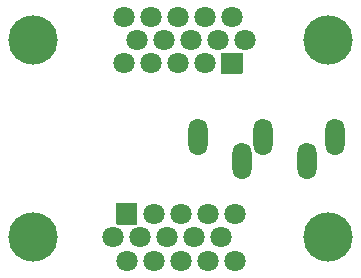
<source format=gbr>
G04 #@! TF.GenerationSoftware,KiCad,Pcbnew,(5.1.10-1-10_14)*
G04 #@! TF.CreationDate,2021-10-04T12:45:14-04:00*
G04 #@! TF.ProjectId,MVX_Audio_Separator,4d56585f-4175-4646-996f-5f5365706172,1*
G04 #@! TF.SameCoordinates,Original*
G04 #@! TF.FileFunction,Soldermask,Bot*
G04 #@! TF.FilePolarity,Negative*
%FSLAX46Y46*%
G04 Gerber Fmt 4.6, Leading zero omitted, Abs format (unit mm)*
G04 Created by KiCad (PCBNEW (5.1.10-1-10_14)) date 2021-10-04 12:45:14*
%MOMM*%
%LPD*%
G01*
G04 APERTURE LIST*
%ADD10O,1.609600X3.117600*%
%ADD11C,1.801600*%
%ADD12C,4.167600*%
G04 APERTURE END LIST*
D10*
X143310000Y-101160000D03*
X140910000Y-103160000D03*
X137210000Y-101160000D03*
X135410000Y-103160000D03*
X131710000Y-101160000D03*
D11*
X134845000Y-111610000D03*
X132555000Y-111610000D03*
X130265000Y-111610000D03*
X127975000Y-111610000D03*
X125685000Y-111610000D03*
X133700000Y-109630000D03*
X131410000Y-109630000D03*
X129120000Y-109630000D03*
X126830000Y-109630000D03*
X124540000Y-109630000D03*
X134845000Y-107650000D03*
X132555000Y-107650000D03*
X130265000Y-107650000D03*
X127975000Y-107650000D03*
D12*
X142760000Y-109630000D03*
X117770000Y-109630000D03*
G36*
G01*
X124784200Y-108500000D02*
X124784200Y-106800000D01*
G75*
G02*
X124835000Y-106749200I50800J0D01*
G01*
X126535000Y-106749200D01*
G75*
G02*
X126585800Y-106800000I0J-50800D01*
G01*
X126585800Y-108500000D01*
G75*
G02*
X126535000Y-108550800I-50800J0D01*
G01*
X124835000Y-108550800D01*
G75*
G02*
X124784200Y-108500000I0J50800D01*
G01*
G37*
D11*
X134595000Y-90940000D03*
X132305000Y-90940000D03*
X130015000Y-90940000D03*
X127725000Y-90940000D03*
X125435000Y-90940000D03*
X135740000Y-92920000D03*
X133450000Y-92920000D03*
X131160000Y-92920000D03*
X128870000Y-92920000D03*
X126580000Y-92920000D03*
G36*
G01*
X133694200Y-95750000D02*
X133694200Y-94050000D01*
G75*
G02*
X133745000Y-93999200I50800J0D01*
G01*
X135445000Y-93999200D01*
G75*
G02*
X135495800Y-94050000I0J-50800D01*
G01*
X135495800Y-95750000D01*
G75*
G02*
X135445000Y-95800800I-50800J0D01*
G01*
X133745000Y-95800800D01*
G75*
G02*
X133694200Y-95750000I0J50800D01*
G01*
G37*
X132305000Y-94900000D03*
X130015000Y-94900000D03*
X127725000Y-94900000D03*
D12*
X142760000Y-92920000D03*
X117770000Y-92920000D03*
D11*
X125435000Y-94900000D03*
M02*

</source>
